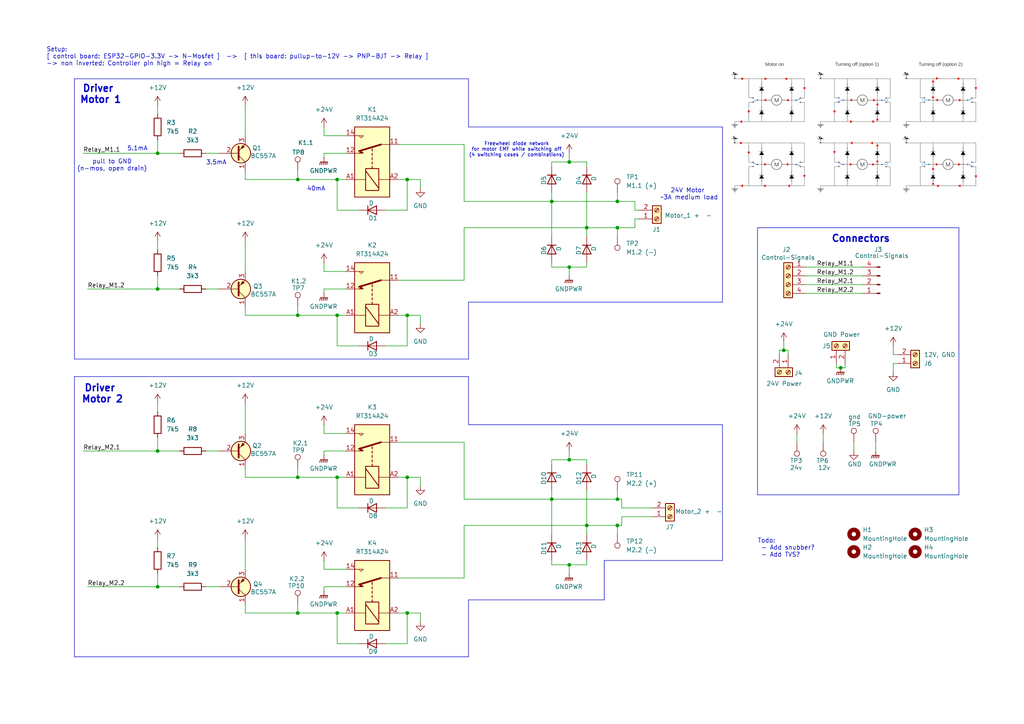
<source format=kicad_sch>
(kicad_sch (version 20231120) (generator "eeschema") (generator_version "8.0")
  (paper "A4")
  (title_block (title "chairAdjust relay-board") (date "2024-09-07") (rev "V1.0") (comment 1 "https://github.com/Jonny999999/armchair_fw ") (comment 2 "in both direction with protection") (comment 3 "2 motors for chair adjustment of armchair") (comment 4 "Relay board for controlling "))
  (lib_symbols
    (symbol "Connector:Conn_01x04_Pin" (pin_names (offset 1.016) hide)
      (property "Reference" "J" (at 0 5.08 0))
      (property "Value" "Conn_01x04_Pin" (at 0 -7.62 0))
      (symbol "Conn_01x04_Pin_1_1"
        (polyline (pts (xy 1.27 -5.08) (xy 0.8636 -5.08)) (stroke (width 0.1524)))
        (polyline (pts (xy 1.27 -2.54) (xy 0.8636 -2.54)) (stroke (width 0.1524)))
        (polyline (pts (xy 1.27 0) (xy 0.8636 0)) (stroke (width 0.1524)))
        (polyline (pts (xy 1.27 2.54) (xy 0.8636 2.54)) (stroke (width 0.1524)))
        (rectangle (start 0.8636 -4.953) (end 0 -5.207) (stroke (width 0.1524)) (fill (type outline)))
        (rectangle (start 0.8636 -2.413) (end 0 -2.667) (stroke (width 0.1524)) (fill (type outline)))
        (rectangle (start 0.8636 0.127) (end 0 -0.127) (stroke (width 0.1524)) (fill (type outline)))
        (rectangle (start 0.8636 2.667) (end 0 2.413) (stroke (width 0.1524)) (fill (type outline)))
        (pin passive line (at 5.08 2.54 180) (length 3.81) (name "Pin_1") (number "1"))
        (pin passive line (at 5.08 0 180) (length 3.81) (name "Pin_2") (number "2"))
        (pin passive line (at 5.08 -2.54 180) (length 3.81) (name "Pin_3") (number "3"))
        (pin passive line (at 5.08 -5.08 180) (length 3.81) (name "Pin_4") (number "4"))
      )
    )
    (symbol "Connector:Screw_Terminal_01x02" (pin_names (offset 1.016) hide)
      (property "Reference" "J" (at 0 2.54 0))
      (property "Value" "Screw_Terminal_01x02" (at 0 -5.08 0))
      (symbol "Screw_Terminal_01x02_1_1"
        (rectangle (start -1.27 1.27) (end 1.27 -3.81) (stroke (width 0.254)) (fill (type background)))
        (circle (center 0 -2.54) (radius 0.635) (stroke (width 0.1524)))
        (polyline (pts (xy -0.5334 -2.2098) (xy 0.3302 -3.048)) (stroke (width 0.1524)))
        (polyline (pts (xy -0.5334 0.3302) (xy 0.3302 -0.508)) (stroke (width 0.1524)))
        (polyline (pts (xy -0.3556 -2.032) (xy 0.508 -2.8702)) (stroke (width 0.1524)))
        (polyline (pts (xy -0.3556 0.508) (xy 0.508 -0.3302)) (stroke (width 0.1524)))
        (circle (center 0 0) (radius 0.635) (stroke (width 0.1524)))
        (pin passive line (at -5.08 0 0) (length 3.81) (name "Pin_1") (number "1"))
        (pin passive line (at -5.08 -2.54 0) (length 3.81) (name "Pin_2") (number "2"))
      )
    )
    (symbol "Connector:Screw_Terminal_01x04" (pin_names (offset 1.016) hide)
      (property "Reference" "J" (at 0 5.08 0))
      (property "Value" "Screw_Terminal_01x04" (at 0 -7.62 0))
      (symbol "Screw_Terminal_01x04_1_1"
        (rectangle (start -1.27 3.81) (end 1.27 -6.35) (stroke (width 0.254)) (fill (type background)))
        (circle (center 0 -5.08) (radius 0.635) (stroke (width 0.1524)))
        (circle (center 0 -2.54) (radius 0.635) (stroke (width 0.1524)))
        (polyline (pts (xy -0.5334 -4.7498) (xy 0.3302 -5.588)) (stroke (width 0.1524)))
        (polyline (pts (xy -0.5334 -2.2098) (xy 0.3302 -3.048)) (stroke (width 0.1524)))
        (polyline (pts (xy -0.5334 0.3302) (xy 0.3302 -0.508)) (stroke (width 0.1524)))
        (polyline (pts (xy -0.5334 2.8702) (xy 0.3302 2.032)) (stroke (width 0.1524)))
        (polyline (pts (xy -0.3556 -4.572) (xy 0.508 -5.4102)) (stroke (width 0.1524)))
        (polyline (pts (xy -0.3556 -2.032) (xy 0.508 -2.8702)) (stroke (width 0.1524)))
        (polyline (pts (xy -0.3556 0.508) (xy 0.508 -0.3302)) (stroke (width 0.1524)))
        (polyline (pts (xy -0.3556 3.048) (xy 0.508 2.2098)) (stroke (width 0.1524)))
        (circle (center 0 0) (radius 0.635) (stroke (width 0.1524)))
        (circle (center 0 2.54) (radius 0.635) (stroke (width 0.1524)))
        (pin passive line (at -5.08 2.54 0) (length 3.81) (name "Pin_1") (number "1"))
        (pin passive line (at -5.08 0 0) (length 3.81) (name "Pin_2") (number "2"))
        (pin passive line (at -5.08 -2.54 0) (length 3.81) (name "Pin_3") (number "3"))
        (pin passive line (at -5.08 -5.08 0) (length 3.81) (name "Pin_4") (number "4"))
      )
    )
    (symbol "Connector:TestPoint" (pin_numbers hide) (pin_names (offset 0.762) hide)
      (property "Reference" "TP" (at 0 6.858 0))
      (property "Value" "TestPoint" (at 0 5.08 0))
      (symbol "TestPoint_0_1"
        (circle (center 0 3.302) (radius 0.762))
      )
      (symbol "TestPoint_1_1"
        (pin passive line (at 0 0 90) (length 2.54) (name "1") (number "1"))
      )
    )
    (symbol "Device:D" (pin_numbers hide) (pin_names (offset 1.016) hide)
      (property "Reference" "D" (at 0 2.54 0))
      (property "Value" "D" (at 0 -2.54 0))
      (symbol "D_0_1"
        (polyline (pts (xy -1.27 1.27) (xy -1.27 -1.27)) (stroke (width 0.254)))
        (polyline (pts (xy 1.27 0) (xy -1.27 0)))
        (polyline (pts (xy 1.27 1.27) (xy 1.27 -1.27) (xy -1.27 0) (xy 1.27 1.27)) (stroke (width 0.254)))
      )
      (symbol "D_1_1"
        (pin passive line (at -3.81 0 0) (length 2.54) (name "K") (number "1"))
        (pin passive line (at 3.81 0 180) (length 2.54) (name "A") (number "2"))
      )
    )
    (symbol "Device:R" (pin_numbers hide) (pin_names (offset 0))
      (property "Reference" "R" (at 2.032 0 90))
      (property "Value" "R" (at 0 0 90))
      (symbol "R_0_1"
        (rectangle (start -1.016 -2.54) (end 1.016 2.54) (stroke (width 0.254)))
      )
      (symbol "R_1_1"
        (pin passive line (at 0 3.81 270) (length 1.27) (name "~") (number "1"))
        (pin passive line (at 0 -3.81 90) (length 1.27) (name "~") (number "2"))
      )
    )
    (symbol "Mechanical:MountingHole" (pin_names (offset 1.016)) (exclude_from_sim yes) (in_bom no)
      (property "Reference" "H" (at 0 5.08 0))
      (property "Value" "MountingHole" (at 0 3.175 0))
      (symbol "MountingHole_0_1"
        (circle (center 0 0) (radius 1.27) (stroke (width 1.27)))
      )
    )
    (symbol "Relay:RT314A24"
      (property "Reference" "K" (at 11.43 3.81 0))
      (property "Value" "RT314A24" (at 11.43 1.27 0))
      (symbol "RT314A24_0_0"
        (polyline (pts (xy -2.54 1.905) (xy -7.62 -1.905)) (stroke (width 0.254)))
      )
      (symbol "RT314A24_0_1"
        (rectangle (start -10.16 5.08) (end 10.16 -5.08) (stroke (width 0.254)) (fill (type background)))
        (rectangle (start -8.255 1.905) (end -1.905 -1.905) (stroke (width 0.254)))
        (polyline (pts (xy -5.08 -5.08) (xy -5.08 -1.905)))
        (polyline (pts (xy -5.08 5.08) (xy -5.08 1.905)))
        (polyline (pts (xy -1.905 0) (xy -1.27 0)) (stroke (width 0.254)))
        (polyline (pts (xy -0.635 0) (xy 0 0)) (stroke (width 0.254)))
        (polyline (pts (xy 0.635 0) (xy 1.27 0)) (stroke (width 0.254)))
        (polyline (pts (xy 1.905 0) (xy 2.54 0)) (stroke (width 0.254)))
        (polyline (pts (xy 3.175 0) (xy 3.81 0)) (stroke (width 0.254)))
        (polyline (pts (xy 5.08 -2.54) (xy 3.175 3.81)) (stroke (width 0.508)))
        (polyline (pts (xy 5.08 -2.54) (xy 5.08 -5.08)))
        (polyline (pts (xy 2.54 5.08) (xy 2.54 2.54) (xy 3.175 3.175) (xy 2.54 3.81)) (fill (type outline)))
        (polyline (pts (xy 7.62 5.08) (xy 7.62 2.54) (xy 6.985 3.175) (xy 7.62 3.81)))
      )
      (symbol "RT314A24_1_1"
        (pin passive line (at 5.08 -7.62 90) (length 2.54) (name "~") (number "11"))
        (pin passive line (at 2.54 7.62 270) (length 2.54) (name "~") (number "12"))
        (pin passive line (at 7.62 7.62 270) (length 2.54) (name "~") (number "14"))
        (pin passive line (at -5.08 7.62 270) (length 2.54) (name "~") (number "A1"))
        (pin passive line (at -5.08 -7.62 90) (length 2.54) (name "~") (number "A2"))
      )
    )
    (symbol "Transistor_BJT_AKL:BC557A" (pin_names hide)
      (property "Reference" "Q" (at 5.08 1.27 0))
      (property "Value" "BC557A" (at 5.08 -1.27 0))
      (symbol "BC557A_0_1"
        (polyline (pts (xy 0.635 -0.635) (xy 2.54 -2.54)))
        (polyline (pts (xy 0.635 -1.905) (xy 0.635 1.905) (xy 0.635 1.905)) (stroke (width 0.508)))
        (polyline (pts (xy 0.635 0.635) (xy 2.54 2.54) (xy 2.54 2.54)))
        (polyline (pts (xy 2.286 1.778) (xy 1.778 2.286) (xy 1.27 1.27) (xy 2.286 1.778) (xy 2.286 1.778)) (fill (type outline)))
        (circle (center 1.27 0) (radius 2.8194) (stroke (width 0.254)) (fill (type background)))
      )
      (symbol "BC557A_1_1"
        (pin passive line (at 2.54 -5.08 90) (length 2.54) (name "C") (number "1"))
        (pin input line (at -5.08 0 0) (length 5.715) (name "B") (number "2"))
        (pin passive line (at 2.54 5.08 270) (length 2.54) (name "E") (number "3"))
      )
    )
    (symbol "power:+12V" (power) (pin_numbers hide) (pin_names (offset 0) hide)
      (property "Value" "+12V" (at 0 3.556 0))
      (symbol "+12V_0_1"
        (polyline (pts (xy -0.762 1.27) (xy 0 2.54)))
        (polyline (pts (xy 0 0) (xy 0 2.54)))
        (polyline (pts (xy 0 2.54) (xy 0.762 1.27)))
      )
      (symbol "+12V_1_1"
        (pin power_in line (at 0 0 90) (length 0) (name "~") (number "1"))
      )
    )
    (symbol "power:+24V" (power) (pin_numbers hide) (pin_names (offset 0) hide)
      (property "Value" "+24V" (at 0 3.556 0))
      (symbol "+24V_0_1"
        (polyline (pts (xy -0.762 1.27) (xy 0 2.54)))
        (polyline (pts (xy 0 0) (xy 0 2.54)))
        (polyline (pts (xy 0 2.54) (xy 0.762 1.27)))
      )
      (symbol "+24V_1_1"
        (pin power_in line (at 0 0 90) (length 0) (name "~") (number "1"))
      )
    )
    (symbol "power:GND" (power) (pin_numbers hide) (pin_names (offset 0) hide)
      (property "Value" "GND" (at 0 -3.81 0))
      (symbol "GND_0_1"
        (polyline (pts (xy 0 0) (xy 0 -1.27) (xy 1.27 -1.27) (xy 0 -2.54) (xy -1.27 -1.27) (xy 0 -1.27)))
      )
      (symbol "GND_1_1"
        (pin power_in line (at 0 0 270) (length 0) (name "~") (number "1"))
      )
    )
    (symbol "power:GNDPWR" (power) (pin_numbers hide) (pin_names (offset 0) hide)
      (property "Value" "GNDPWR" (at 0 -3.302 0))
      (symbol "GNDPWR_0_1"
        (polyline (pts (xy 0 -1.27) (xy 0 0)))
        (polyline (pts (xy -1.016 -1.27) (xy -1.27 -2.032) (xy -1.27 -2.032)) (stroke (width 0.2032)))
        (polyline (pts (xy -0.508 -1.27) (xy -0.762 -2.032) (xy -0.762 -2.032)) (stroke (width 0.2032)))
        (polyline (pts (xy 0 -1.27) (xy -0.254 -2.032) (xy -0.254 -2.032)) (stroke (width 0.2032)))
        (polyline (pts (xy 0.508 -1.27) (xy 0.254 -2.032) (xy 0.254 -2.032)) (stroke (width 0.2032)))
        (polyline (pts (xy 1.016 -1.27) (xy -1.016 -1.27) (xy -1.016 -1.27)) (stroke (width 0.2032)))
        (polyline (pts (xy 1.016 -1.27) (xy 0.762 -2.032) (xy 0.762 -2.032) (xy 0.762 -2.032)) (stroke (width 0.2032)))
      )
      (symbol "GNDPWR_1_1"
        (pin power_in line (at 0 0 270) (length 0) (name "~") (number "1"))
      )
    )
  )
  (junction (at 118.11 91.44))
  (junction (at 160.02 58.42))
  (junction (at 86.36 52.07))
  (junction (at 243.84 106.68))
  (junction (at 179.07 58.42))
  (junction (at 165.1 77.47))
  (junction (at 170.18 152.4))
  (junction (at 45.72 130.81))
  (junction (at 165.1 133.35))
  (junction (at 86.36 177.8))
  (junction (at 97.79 52.07))
  (junction (at 118.11 138.43))
  (junction (at 160.02 144.78))
  (junction (at 118.11 177.8))
  (junction (at 165.1 46.99))
  (junction (at 97.79 138.43))
  (junction (at 179.07 144.78))
  (junction (at 86.36 91.44))
  (junction (at 179.07 66.04))
  (junction (at 97.79 177.8))
  (junction (at 118.11 52.07))
  (junction (at 45.72 44.45))
  (junction (at 86.36 138.43))
  (junction (at 97.79 91.44))
  (junction (at 45.72 170.18))
  (junction (at 227.33 101.6))
  (junction (at 165.1 163.83))
  (junction (at 179.07 152.4))
  (junction (at 170.18 66.04))
  (junction (at 45.72 83.82))
  (wire (pts (xy 118.11 138.43) (xy 121.92 138.43)))
  (wire (pts (xy 71.12 156.21) (xy 71.12 165.1)))
  (wire (pts (xy 71.12 30.48) (xy 71.12 39.37)))
  (wire (pts (xy 243.84 106.68) (xy 245.11 106.68)))
  (wire (pts (xy 25.4 170.18) (xy 45.72 170.18)))
  (wire (pts (xy 100.33 91.44) (xy 97.79 91.44)))
  (wire (pts (xy 180.34 147.32) (xy 189.23 147.32)))
  (polyline (pts (xy 209.55 36.83) (xy 209.55 41.91)))
  (wire (pts (xy 45.72 30.48) (xy 45.72 33.02)))
  (wire (pts (xy 118.11 91.44) (xy 121.92 91.44)))
  (polyline (pts (xy 135.89 22.86) (xy 21.59 22.86)))
  (wire (pts (xy 86.36 177.8) (xy 97.79 177.8)))
  (wire (pts (xy 165.1 77.47) (xy 165.1 80.01)))
  (wire (pts (xy 184.15 58.42) (xy 184.15 60.96)))
  (wire (pts (xy 226.06 102.87) (xy 226.06 101.6)))
  (wire (pts (xy 165.1 130.81) (xy 165.1 133.35)))
  (wire (pts (xy 100.33 138.43) (xy 97.79 138.43)))
  (wire (pts (xy 180.34 144.78) (xy 180.34 147.32)))
  (wire (pts (xy 97.79 52.07) (xy 97.79 60.96)))
  (wire (pts (xy 170.18 133.35) (xy 170.18 134.62)))
  (polyline (pts (xy 209.55 162.56) (xy 209.55 123.19)))
  (wire (pts (xy 245.11 105.41) (xy 245.11 106.68)))
  (wire (pts (xy 97.79 60.96) (xy 104.14 60.96)))
  (wire (pts (xy 45.72 156.21) (xy 45.72 158.75)))
  (wire (pts (xy 115.57 91.44) (xy 118.11 91.44)))
  (wire (pts (xy 71.12 91.44) (xy 86.36 91.44)))
  (wire (pts (xy 254 128.27) (xy 254 130.81)))
  (wire (pts (xy 134.62 128.27) (xy 134.62 144.78)))
  (wire (pts (xy 228.6 101.6) (xy 228.6 102.87)))
  (wire (pts (xy 180.34 149.86) (xy 180.34 152.4)))
  (wire (pts (xy 71.12 88.9) (xy 71.12 91.44)))
  (wire (pts (xy 93.98 162.56) (xy 93.98 165.1)))
  (wire (pts (xy 134.62 41.91) (xy 134.62 58.42)))
  (wire (pts (xy 259.08 100.33) (xy 259.08 102.87)))
  (wire (pts (xy 160.02 162.56) (xy 160.02 163.83)))
  (wire (pts (xy 121.92 52.07) (xy 121.92 54.61)))
  (wire (pts (xy 179.07 66.04) (xy 184.15 66.04)))
  (wire (pts (xy 160.02 55.88) (xy 160.02 58.42)))
  (wire (pts (xy 97.79 100.33) (xy 104.14 100.33)))
  (wire (pts (xy 93.98 83.82) (xy 100.33 83.82)))
  (wire (pts (xy 170.18 142.24) (xy 170.18 152.4)))
  (wire (pts (xy 170.18 152.4) (xy 134.62 152.4)))
  (wire (pts (xy 71.12 138.43) (xy 86.36 138.43)))
  (wire (pts (xy 179.07 58.42) (xy 184.15 58.42)))
  (wire (pts (xy 160.02 134.62) (xy 160.02 133.35)))
  (wire (pts (xy 121.92 177.8) (xy 121.92 180.34)))
  (wire (pts (xy 45.72 40.64) (xy 45.72 44.45)))
  (wire (pts (xy 233.68 85.09) (xy 250.19 85.09)))
  (wire (pts (xy 179.07 152.4) (xy 179.07 154.94)))
  (wire (pts (xy 93.98 85.09) (xy 93.98 83.82)))
  (wire (pts (xy 259.08 107.95) (xy 259.08 105.41)))
  (wire (pts (xy 242.57 106.68) (xy 243.84 106.68)))
  (wire (pts (xy 184.15 66.04) (xy 184.15 63.5)))
  (wire (pts (xy 118.11 52.07) (xy 118.11 60.96)))
  (wire (pts (xy 179.07 142.24) (xy 179.07 144.78)))
  (wire (pts (xy 134.62 144.78) (xy 160.02 144.78)))
  (wire (pts (xy 97.79 138.43) (xy 97.79 147.32)))
  (wire (pts (xy 59.69 44.45) (xy 63.5 44.45)))
  (wire (pts (xy 111.76 147.32) (xy 118.11 147.32)))
  (wire (pts (xy 86.36 135.89) (xy 86.36 138.43)))
  (wire (pts (xy 45.72 80.01) (xy 45.72 83.82)))
  (wire (pts (xy 97.79 177.8) (xy 97.79 186.69)))
  (wire (pts (xy 170.18 152.4) (xy 170.18 154.94)))
  (wire (pts (xy 134.62 58.42) (xy 160.02 58.42)))
  (wire (pts (xy 160.02 58.42) (xy 160.02 68.58)))
  (polyline (pts (xy 135.89 36.83) (xy 135.89 22.86)))
  (wire (pts (xy 233.68 82.55) (xy 250.19 82.55)))
  (wire (pts (xy 179.07 66.04) (xy 179.07 68.58)))
  (wire (pts (xy 86.36 49.53) (xy 86.36 52.07)))
  (wire (pts (xy 115.57 138.43) (xy 118.11 138.43)))
  (wire (pts (xy 165.1 133.35) (xy 170.18 133.35)))
  (wire (pts (xy 170.18 46.99) (xy 170.18 48.26)))
  (wire (pts (xy 93.98 123.19) (xy 93.98 125.73)))
  (wire (pts (xy 25.4 83.82) (xy 45.72 83.82)))
  (wire (pts (xy 71.12 69.85) (xy 71.12 78.74)))
  (polyline (pts (xy 135.89 104.14) (xy 135.89 87.63)))
  (wire (pts (xy 165.1 46.99) (xy 170.18 46.99)))
  (wire (pts (xy 118.11 177.8) (xy 121.92 177.8)))
  (wire (pts (xy 170.18 163.83) (xy 170.18 162.56)))
  (wire (pts (xy 71.12 116.84) (xy 71.12 125.73)))
  (wire (pts (xy 180.34 152.4) (xy 179.07 152.4)))
  (wire (pts (xy 160.02 76.2) (xy 160.02 77.47)))
  (wire (pts (xy 170.18 66.04) (xy 134.62 66.04)))
  (wire (pts (xy 184.15 63.5) (xy 185.42 63.5)))
  (wire (pts (xy 115.57 81.28) (xy 134.62 81.28)))
  (wire (pts (xy 179.07 144.78) (xy 180.34 144.78)))
  (wire (pts (xy 86.36 52.07) (xy 97.79 52.07)))
  (wire (pts (xy 93.98 171.45) (xy 93.98 170.18)))
  (wire (pts (xy 97.79 91.44) (xy 97.79 100.33)))
  (wire (pts (xy 160.02 142.24) (xy 160.02 144.78)))
  (polyline (pts (xy 135.89 87.63) (xy 209.55 87.63)))
  (wire (pts (xy 86.36 91.44) (xy 97.79 91.44)))
  (wire (pts (xy 93.98 45.72) (xy 93.98 44.45)))
  (wire (pts (xy 227.33 101.6) (xy 228.6 101.6)))
  (wire (pts (xy 71.12 52.07) (xy 86.36 52.07)))
  (polyline (pts (xy 135.89 123.19) (xy 135.89 109.22)))
  (wire (pts (xy 86.36 175.26) (xy 86.36 177.8)))
  (wire (pts (xy 71.12 49.53) (xy 71.12 52.07)))
  (wire (pts (xy 231.14 125.73) (xy 231.14 128.27)))
  (wire (pts (xy 93.98 78.74) (xy 100.33 78.74)))
  (wire (pts (xy 160.02 163.83) (xy 165.1 163.83)))
  (wire (pts (xy 93.98 170.18) (xy 100.33 170.18)))
  (wire (pts (xy 115.57 41.91) (xy 134.62 41.91)))
  (wire (pts (xy 227.33 99.06) (xy 227.33 101.6)))
  (wire (pts (xy 134.62 152.4) (xy 134.62 167.64)))
  (wire (pts (xy 93.98 132.08) (xy 93.98 130.81)))
  (wire (pts (xy 111.76 100.33) (xy 118.11 100.33)))
  (wire (pts (xy 233.68 77.47) (xy 250.19 77.47)))
  (wire (pts (xy 115.57 128.27) (xy 134.62 128.27)))
  (wire (pts (xy 179.07 152.4) (xy 170.18 152.4)))
  (wire (pts (xy 24.13 44.45) (xy 45.72 44.45)))
  (wire (pts (xy 160.02 48.26) (xy 160.02 46.99)))
  (wire (pts (xy 134.62 66.04) (xy 134.62 81.28)))
  (wire (pts (xy 93.98 76.2) (xy 93.98 78.74)))
  (wire (pts (xy 93.98 125.73) (xy 100.33 125.73)))
  (wire (pts (xy 118.11 91.44) (xy 118.11 100.33)))
  (wire (pts (xy 100.33 52.07) (xy 97.79 52.07)))
  (wire (pts (xy 118.11 177.8) (xy 118.11 186.69)))
  (wire (pts (xy 259.08 102.87) (xy 260.35 102.87)))
  (wire (pts (xy 242.57 105.41) (xy 242.57 106.68)))
  (wire (pts (xy 165.1 163.83) (xy 170.18 163.83)))
  (wire (pts (xy 71.12 175.26) (xy 71.12 177.8)))
  (wire (pts (xy 93.98 44.45) (xy 100.33 44.45)))
  (wire (pts (xy 165.1 77.47) (xy 170.18 77.47)))
  (wire (pts (xy 165.1 163.83) (xy 165.1 166.37)))
  (wire (pts (xy 71.12 177.8) (xy 86.36 177.8)))
  (polyline (pts (xy 135.89 123.19) (xy 209.55 123.19)))
  (wire (pts (xy 93.98 165.1) (xy 100.33 165.1)))
  (wire (pts (xy 59.69 170.18) (xy 63.5 170.18)))
  (wire (pts (xy 184.15 60.96) (xy 185.42 60.96)))
  (wire (pts (xy 179.07 55.88) (xy 179.07 58.42)))
  (wire (pts (xy 45.72 44.45) (xy 52.07 44.45)))
  (wire (pts (xy 45.72 127) (xy 45.72 130.81)))
  (wire (pts (xy 59.69 130.81) (xy 63.5 130.81)))
  (wire (pts (xy 45.72 166.37) (xy 45.72 170.18)))
  (wire (pts (xy 170.18 66.04) (xy 170.18 68.58)))
  (wire (pts (xy 115.57 167.64) (xy 134.62 167.64)))
  (polyline (pts (xy 135.89 109.22) (xy 21.59 109.22)))
  (polyline (pts (xy 21.59 190.5) (xy 135.89 190.5)))
  (wire (pts (xy 45.72 69.85) (xy 45.72 72.39)))
  (wire (pts (xy 160.02 133.35) (xy 165.1 133.35)))
  (wire (pts (xy 45.72 170.18) (xy 52.07 170.18)))
  (polyline (pts (xy 21.59 22.86) (xy 21.59 24.13)))
  (wire (pts (xy 170.18 77.47) (xy 170.18 76.2)))
  (wire (pts (xy 100.33 177.8) (xy 97.79 177.8)))
  (wire (pts (xy 121.92 91.44) (xy 121.92 93.98)))
  (wire (pts (xy 179.07 66.04) (xy 170.18 66.04)))
  (polyline (pts (xy 135.89 36.83) (xy 209.55 36.83)))
  (polyline (pts (xy 175.26 173.99) (xy 175.26 162.56)))
  (wire (pts (xy 24.13 130.81) (xy 45.72 130.81)))
  (wire (pts (xy 160.02 144.78) (xy 179.07 144.78)))
  (wire (pts (xy 93.98 39.37) (xy 100.33 39.37)))
  (wire (pts (xy 233.68 80.01) (xy 250.19 80.01)))
  (wire (pts (xy 226.06 101.6) (xy 227.33 101.6)))
  (wire (pts (xy 115.57 177.8) (xy 118.11 177.8)))
  (wire (pts (xy 86.36 88.9) (xy 86.36 91.44)))
  (wire (pts (xy 97.79 147.32) (xy 104.14 147.32)))
  (wire (pts (xy 45.72 83.82) (xy 52.07 83.82)))
  (wire (pts (xy 118.11 52.07) (xy 121.92 52.07)))
  (wire (pts (xy 170.18 55.88) (xy 170.18 66.04)))
  (wire (pts (xy 111.76 60.96) (xy 118.11 60.96)))
  (polyline (pts (xy 135.89 173.99) (xy 175.26 173.99)))
  (wire (pts (xy 238.76 125.73) (xy 238.76 128.27)))
  (wire (pts (xy 160.02 58.42) (xy 179.07 58.42)))
  (polyline (pts (xy 175.26 162.56) (xy 209.55 162.56)))
  (wire (pts (xy 93.98 130.81) (xy 100.33 130.81)))
  (wire (pts (xy 247.65 128.27) (xy 247.65 130.81)))
  (polyline (pts (xy 209.55 87.63) (xy 209.55 41.91)))
  (wire (pts (xy 165.1 44.45) (xy 165.1 46.99)))
  (polyline (pts (xy 21.59 104.14) (xy 135.89 104.14)))
  (wire (pts (xy 97.79 186.69) (xy 104.14 186.69)))
  (wire (pts (xy 115.57 52.07) (xy 118.11 52.07)))
  (wire (pts (xy 45.72 130.81) (xy 52.07 130.81)))
  (wire (pts (xy 45.72 116.84) (xy 45.72 119.38)))
  (wire (pts (xy 86.36 138.43) (xy 97.79 138.43)))
  (wire (pts (xy 118.11 138.43) (xy 118.11 147.32)))
  (wire (pts (xy 160.02 144.78) (xy 160.02 154.94)))
  (wire (pts (xy 121.92 138.43) (xy 121.92 140.97)))
  (polyline (pts (xy 135.89 190.5) (xy 135.89 173.99)))
  (polyline (pts (xy 21.59 109.22) (xy 21.59 190.5)))
  (wire (pts (xy 259.08 105.41) (xy 260.35 105.41)))
  (wire (pts (xy 71.12 135.89) (xy 71.12 138.43)))
  (wire (pts (xy 111.76 186.69) (xy 118.11 186.69)))
  (polyline (pts (xy 21.59 24.13) (xy 21.59 104.14)))
  (wire (pts (xy 93.98 36.83) (xy 93.98 39.37)))
  (wire (pts (xy 160.02 77.47) (xy 165.1 77.47)))
  (wire (pts (xy 59.69 83.82) (xy 63.5 83.82)))
  (wire (pts (xy 160.02 46.99) (xy 165.1 46.99)))
  (wire (pts (xy 180.34 149.86) (xy 189.23 149.86)))
  (rectangle (start 219.71 66.04) (end 278.13 143.51))
  (image (at 247.65 36.83) (scale 0.346544))
  (text "Driver \nMotor 2" (at 29.718 114.3 0) (effects (font (size 2 2) (thickness 0.4) (bold yes))))
  (text "Connectors" (at 249.682 69.342 0) (effects (font (size 2 2) (thickness 0.4) (bold yes))))
  (text "Setup:\n[ control board: ESP32-GPIO-3.3V -> N-Mosfet ]  ->  [ this board: pullup-to-12V -> PNP-BJT -> Relay ]\n-> non inverted: Controller pin high = Relay on" (at 13.462 16.51 0) (effects (font (size 1.27 1.27)) (justify left)))
  (text "24V Motor \n~3A medium load" (at 199.898 56.388 0) (effects (font (size 1.27 1.27))))
  (text "pull to GND\n(n-mos, open drain)" (at 32.512 48.006 0) (effects (font (size 1.27 1.27))))
  (text "40mA\n" (at 91.694 54.864 0) (effects (font (size 1.27 1.27))))
  (text "Driver \nMotor 1" (at 29.21 27.432 0) (effects (font (size 2 2) (thickness 0.4) (bold yes))))
  (text "Todo: \n - Add snubber?\n - Add TVS?" (at 219.71 159.004 0) (effects (font (size 1.27 1.27)) (justify left)))
  (text "Freewheel diode network\nfor motor EMF while switching off\n(4 switching cases / combinations)" (at 149.86 43.434 0) (effects (font (size 1 1))))
  (text "5.1mA" (at 39.878 43.18 0) (effects (font (size 1.27 1.27))))
  (text "3.5mA" (at 62.738 47.244 0) (effects (font (size 1.27 1.27))))
  (label "Relay_M2.2" (at 247.65 85.09 180))
  (label "Relay_M1.1" (at 247.65 77.47 180))
  (label "Relay_M1.1" (at 24.13 44.45 0))
  (label "Relay_M2.1" (at 24.13 130.81 0))
  (label "Relay_M1.2" (at 247.65 80.01 180))
  (label "Relay_M1.2" (at 25.4 83.82 0))
  (label "Relay_M2.1" (at 247.65 82.55 180))
  (label "Relay_M2.2" (at 25.4 170.18 0))
  (symbol (lib_id "Device:D") (at 160.02 158.75 270) (unit 1)
    (property "Reference" "D11" (at 157.734 159.004 0))
    (property "Value" "D" (at 162.052 158.496 0))
    (property "Footprint" "Diode_THT_AKL_Double:D_DO-27_P20.32mm_Horizontal" (effects (hide yes)))
    (property "Description" "Diode" (effects (hide yes)))
    (property "Sim.Device" "D" (effects (hide yes)))
    (property "Sim.Pins" "1=K 2=A" (effects (hide yes)))
  )
  (symbol (lib_id "Device:D") (at 107.95 186.69 0) (unit 1)
    (property "Reference" "D9" (at 108.204 188.976 0))
    (property "Value" "D" (at 107.696 184.658 0))
    (property "Footprint" "Diode_THT_AKL:D_5W_P12.70mm_Horizontal" (effects (hide yes)))
    (property "Description" "Diode" (effects (hide yes)))
    (property "Sim.Device" "D" (effects (hide yes)))
    (property "Sim.Pins" "1=K 2=A" (effects (hide yes)))
  )
  (symbol (lib_id "Connector:Conn_01x04_Pin") (at 255.27 82.55 180) (unit 1)
    (property "Reference" "J3" (at 253.492 72.39 0) (effects (justify right)))
    (property "Value" "Control-Signals" (at 247.904 74.168 0) (effects (justify right)))
    (property "Footprint" "Connector_PinHeader_2.54mm:PinHeader_1x04_P2.54mm_Vertical" (effects (hide yes)))
    (property "Description" "Generic connector, single row, 01x04, script generated" (effects (hide yes)))
  )
  (symbol (lib_id "power:GND") (at 259.08 107.95 0) (unit 1)
    (property "Reference" "#PWR015" (effects (hide yes)))
    (property "Value" "GND" (at 259.08 113.03 0))
    (property "Description" "Power symbol creates a global label with name \"GND\" , ground" (effects (hide yes)))
  )
  (symbol (lib_id "Connector:TestPoint") (at 231.14 128.27 180) (unit 1)
    (property "Reference" "TP3" (at 229.108 133.604 0) (effects (justify right)))
    (property "Value" "24v" (at 229.108 135.636 0) (effects (justify right)))
    (property "Footprint" "Connector_PinHeader_1.00mm:PinHeader_1x01_P1.00mm_Vertical" (effects (hide yes)))
    (property "Description" "test point" (effects (hide yes)))
  )
  (symbol (lib_id "power:GNDPWR") (at 254 130.81 0) (unit 1)
    (property "Reference" "#PWR017" (effects (hide yes)))
    (property "Value" "GNDPWR" (at 256.032 134.62 0))
    (property "Description" "Power symbol creates a global label with name \"GNDPWR\" , global ground" (effects (hide yes)))
  )
  (symbol (lib_id "power:+12V") (at 45.72 69.85 0) (unit 1)
    (property "Reference" "#PWR020" (effects (hide yes)))
    (property "Value" "+12V" (at 45.72 64.77 0))
    (property "Description" "Power symbol creates a global label with name \"+12V\"" (effects (hide yes)))
  )
  (symbol (lib_id "Device:R") (at 45.72 36.83 180) (unit 1)
    (property "Reference" "R3" (at 48.26 35.5599 0) (effects (justify right)))
    (property "Value" "7k5" (at 48.26 38.0999 0) (effects (justify right)))
    (property "Footprint" "Resistor_THT:R_Axial_DIN0207_L6.3mm_D2.5mm_P10.16mm_Horizontal" (effects (hide yes)))
    (property "Description" "Resistor" (effects (hide yes)))
  )
  (symbol (lib_id "Device:D") (at 107.95 60.96 0) (unit 1)
    (property "Reference" "D1" (at 108.204 63.246 0))
    (property "Value" "D" (at 107.696 58.928 0))
    (property "Footprint" "Diode_THT_AKL:D_5W_P12.70mm_Horizontal" (effects (hide yes)))
    (property "Description" "Diode" (effects (hide yes)))
    (property "Sim.Device" "D" (effects (hide yes)))
    (property "Sim.Pins" "1=K 2=A" (effects (hide yes)))
  )
  (symbol (lib_id "Mechanical:MountingHole") (at 265.43 154.94 0) (unit 1) (exclude_from_sim yes) (in_bom no)
    (property "Reference" "H3" (at 267.97 153.6699 0) (effects (justify left)))
    (property "Value" "MountingHole" (at 267.97 156.2099 0) (effects (justify left)))
    (property "Footprint" "MountingHole:MountingHole_5.3mm_M5" (effects (hide yes)))
    (property "Description" "Mounting Hole without connection" (effects (hide yes)))
  )
  (symbol (lib_id "Relay:RT314A24") (at 107.95 133.35 90) (unit 1)
    (property "Reference" "K3" (at 107.95 118.11 90))
    (property "Value" "RT314A24" (at 107.95 120.65 90))
    (property "Footprint" "Relay_THT:Relay_SPDT_Schrack-RT1-16A-FormC_RM5mm" (effects (hide yes)))
    (property "Datasheet" "https://www.te.com/commerce/DocumentDelivery/DDEController?Action=srchrtrv&DocNm=RT1_bistable&DocType=DS&DocLang=English" (effects (hide yes)))
  )
  (symbol (lib_id "Device:R") (at 45.72 162.56 180) (unit 1)
    (property "Reference" "R7" (at 48.26 161.2899 0) (effects (justify right)))
    (property "Value" "7k5" (at 48.26 163.8299 0) (effects (justify right)))
    (property "Footprint" "Resistor_THT:R_Axial_DIN0207_L6.3mm_D2.5mm_P10.16mm_Horizontal" (effects (hide yes)))
    (property "Description" "Resistor" (effects (hide yes)))
  )
  (symbol (lib_id "power:GND") (at 121.92 140.97 0) (unit 1)
    (property "Reference" "#PWR029" (effects (hide yes)))
    (property "Value" "GND" (at 121.92 146.05 0))
    (property "Description" "Power symbol creates a global label with name \"GND\" , ground" (effects (hide yes)))
  )
  (symbol (lib_id "power:+24V") (at 93.98 123.19 0) (unit 1)
    (property "Reference" "#PWR025" (effects (hide yes)))
    (property "Value" "+24V" (at 93.98 118.11 0))
    (property "Description" "Power symbol creates a global label with name \"+24V\"" (effects (hide yes)))
  )
  (symbol (lib_id "Connector:TestPoint") (at 86.36 135.89 0) (unit 1)
    (property "Reference" "TP9" (at 88.392 130.556 0) (effects (justify right)))
    (property "Value" "K2.1" (at 89.408 128.524 0) (effects (justify right)))
    (property "Footprint" "Connector_PinHeader_1.00mm:PinHeader_1x01_P1.00mm_Vertical" (effects (hide yes)))
    (property "Description" "test point" (effects (hide yes)))
  )
  (symbol (lib_id "Device:D") (at 170.18 138.43 270) (unit 1)
    (property "Reference" "D12" (at 167.894 138.684 0))
    (property "Value" "D" (at 172.212 138.176 0))
    (property "Footprint" "Diode_THT_AKL_Double:D_DO-27_P20.32mm_Horizontal" (effects (hide yes)))
    (property "Description" "Diode" (effects (hide yes)))
    (property "Sim.Device" "D" (effects (hide yes)))
    (property "Sim.Pins" "1=K 2=A" (effects (hide yes)))
  )
  (symbol (lib_id "Device:D") (at 170.18 52.07 270) (unit 1)
    (property "Reference" "D4" (at 167.894 52.324 0))
    (property "Value" "D" (at 172.212 51.816 0))
    (property "Footprint" "Diode_THT_AKL_Double:D_DO-27_P20.32mm_Horizontal" (effects (hide yes)))
    (property "Description" "Diode" (effects (hide yes)))
    (property "Sim.Device" "D" (effects (hide yes)))
    (property "Sim.Pins" "1=K 2=A" (effects (hide yes)))
  )
  (symbol (lib_id "Device:D") (at 170.18 158.75 270) (unit 1)
    (property "Reference" "D13" (at 167.894 159.004 0))
    (property "Value" "D" (at 172.212 158.496 0))
    (property "Footprint" "Diode_THT_AKL_Double:D_DO-27_P20.32mm_Horizontal" (effects (hide yes)))
    (property "Description" "Diode" (effects (hide yes)))
    (property "Sim.Device" "D" (effects (hide yes)))
    (property "Sim.Pins" "1=K 2=A" (effects (hide yes)))
  )
  (symbol (lib_id "power:GNDPWR") (at 93.98 132.08 0) (unit 1)
    (property "Reference" "#PWR026" (effects (hide yes)))
    (property "Value" "GNDPWR" (at 93.853 135.89 0))
    (property "Description" "Power symbol creates a global label with name \"GNDPWR\" , global ground" (effects (hide yes)))
  )
  (symbol (lib_id "power:+12V") (at 45.72 30.48 0) (unit 1)
    (property "Reference" "#PWR05" (effects (hide yes)))
    (property "Value" "+12V" (at 45.72 25.4 0))
    (property "Description" "Power symbol creates a global label with name \"+12V\"" (effects (hide yes)))
  )
  (symbol (lib_id "Connector:TestPoint") (at 238.76 128.27 180) (unit 1)
    (property "Reference" "TP6" (at 236.728 133.604 0) (effects (justify right)))
    (property "Value" "12v" (at 237.236 135.636 0) (effects (justify right)))
    (property "Footprint" "Connector_PinHeader_1.00mm:PinHeader_1x01_P1.00mm_Vertical" (effects (hide yes)))
    (property "Description" "test point" (effects (hide yes)))
  )
  (symbol (lib_id "power:GND") (at 247.65 130.81 0) (unit 1)
    (property "Reference" "#PWR018" (effects (hide yes)))
    (property "Value" "GND" (at 247.904 134.62 0))
    (property "Description" "Power symbol creates a global label with name \"GND\" , ground" (effects (hide yes)))
  )
  (symbol (lib_id "power:+24V") (at 93.98 76.2 0) (unit 1)
    (property "Reference" "#PWR08" (effects (hide yes)))
    (property "Value" "+24V" (at 93.98 71.12 0))
    (property "Description" "Power symbol creates a global label with name \"+24V\"" (effects (hide yes)))
  )
  (symbol (lib_id "power:+12V") (at 71.12 69.85 0) (unit 1)
    (property "Reference" "#PWR07" (effects (hide yes)))
    (property "Value" "+12V" (at 71.12 64.77 0))
    (property "Description" "Power symbol creates a global label with name \"+12V\"" (effects (hide yes)))
  )
  (symbol (lib_id "power:GNDPWR") (at 93.98 85.09 0) (unit 1)
    (property "Reference" "#PWR09" (effects (hide yes)))
    (property "Value" "GNDPWR" (at 93.853 88.9 0))
    (property "Description" "Power symbol creates a global label with name \"GNDPWR\" , global ground" (effects (hide yes)))
  )
  (symbol (lib_id "power:+12V") (at 71.12 116.84 0) (unit 1)
    (property "Reference" "#PWR023" (effects (hide yes)))
    (property "Value" "+12V" (at 71.12 111.76 0))
    (property "Description" "Power symbol creates a global label with name \"+12V\"" (effects (hide yes)))
  )
  (symbol (lib_id "Device:D") (at 160.02 72.39 270) (unit 1)
    (property "Reference" "D6" (at 157.734 72.644 0))
    (property "Value" "D" (at 162.052 72.136 0))
    (property "Footprint" "Diode_THT_AKL_Double:D_DO-27_P20.32mm_Horizontal" (effects (hide yes)))
    (property "Description" "Diode" (effects (hide yes)))
    (property "Sim.Device" "D" (effects (hide yes)))
    (property "Sim.Pins" "1=K 2=A" (effects (hide yes)))
  )
  (symbol (lib_id "power:+24V") (at 93.98 36.83 0) (unit 1)
    (property "Reference" "#PWR02" (effects (hide yes)))
    (property "Value" "+24V" (at 93.98 31.75 0))
    (property "Description" "Power symbol creates a global label with name \"+24V\"" (effects (hide yes)))
  )
  (symbol (lib_id "Device:R") (at 55.88 170.18 90) (unit 1)
    (property "Reference" "R9" (at 55.88 163.83 90))
    (property "Value" "3k3" (at 55.88 166.37 90))
    (property "Footprint" "Resistor_THT:R_Axial_DIN0207_L6.3mm_D2.5mm_P10.16mm_Horizontal" (effects (hide yes)))
    (property "Description" "Resistor" (effects (hide yes)))
  )
  (symbol (lib_id "power:+24V") (at 227.33 99.06 0) (unit 1)
    (property "Reference" "#PWR013" (effects (hide yes)))
    (property "Value" "+24V" (at 227.33 93.98 0))
    (property "Description" "Power symbol creates a global label with name \"+24V\"" (effects (hide yes)))
  )
  (symbol (lib_id "Mechanical:MountingHole") (at 247.65 160.02 0) (unit 1) (exclude_from_sim yes) (in_bom no)
    (property "Reference" "H2" (at 250.19 158.7499 0) (effects (justify left)))
    (property "Value" "MountingHole" (at 250.19 161.2899 0) (effects (justify left)))
    (property "Footprint" "MountingHole:MountingHole_5.3mm_M5" (effects (hide yes)))
    (property "Description" "Mounting Hole without connection" (effects (hide yes)))
  )
  (symbol (lib_id "Connector:TestPoint") (at 179.07 55.88 0) (unit 1)
    (property "Reference" "TP1" (at 181.61 51.3079 0) (effects (justify left)))
    (property "Value" "M1.1 (+)" (at 181.61 53.8479 0) (effects (justify left)))
    (property "Footprint" "Connector_PinHeader_1.00mm:PinHeader_1x01_P1.00mm_Vertical" (effects (hide yes)))
    (property "Description" "test point" (effects (hide yes)))
  )
  (symbol (lib_id "Relay:RT314A24") (at 107.95 86.36 90) (unit 1)
    (property "Reference" "K2" (at 107.95 71.12 90))
    (property "Value" "RT314A24" (at 107.95 73.66 90))
    (property "Footprint" "Relay_THT:Relay_SPDT_Schrack-RT1-16A-FormC_RM5mm" (effects (hide yes)))
    (property "Datasheet" "https://www.te.com/commerce/DocumentDelivery/DDEController?Action=srchrtrv&DocNm=RT1_bistable&DocType=DS&DocLang=English" (effects (hide yes)))
  )
  (symbol (lib_id "power:GNDPWR") (at 93.98 171.45 0) (unit 1)
    (property "Reference" "#PWR028" (effects (hide yes)))
    (property "Value" "GNDPWR" (at 93.853 175.26 0))
    (property "Description" "Power symbol creates a global label with name \"GNDPWR\" , global ground" (effects (hide yes)))
  )
  (symbol (lib_id "Transistor_BJT_AKL:BC557A") (at 68.58 44.45 0) (unit 1)
    (property "Reference" "Q1" (at 73.152 42.926 0) (effects (justify left)))
    (property "Value" "BC557A" (at 72.644 45.212 0) (effects (justify left)))
    (property "Footprint" "Package_TO_SOT_THT_AKL:TO-92_Inline_Wide_CBE" (effects (hide yes)))
    (property "Datasheet" "https://www.tme.eu/Document/19c3b49670dc51eab7374dcc2c4f9200/BC556-BC560.pdf" (effects (hide yes)))
    (property "Description" "PNP TO-92 transistor, 45V, 100mA, 500mW, Complementary to BC547, Alternate KiCAD Library" (effects (hide yes)))
  )
  (symbol (lib_id "Connector:TestPoint") (at 179.07 68.58 180) (unit 1)
    (property "Reference" "TP2" (at 181.61 70.6119 0) (effects (justify right)))
    (property "Value" "M1.2 (-)" (at 181.61 73.1519 0) (effects (justify right)))
    (property "Footprint" "Connector_PinHeader_1.00mm:PinHeader_1x01_P1.00mm_Vertical" (effects (hide yes)))
    (property "Description" "test point" (effects (hide yes)))
  )
  (symbol (lib_id "Connector:Screw_Terminal_01x02") (at 194.31 149.86 0) (mirror x) (unit 1)
    (property "Reference" "J7" (at 193.04 152.908 0) (effects (justify left)))
    (property "Value" "Motor_2 +  -" (at 195.834 148.336 0) (effects (justify left)))
    (property "Footprint" "TerminalBlock:TerminalBlock_bornier-2_P5.08mm" (effects (hide yes)))
    (property "Description" "Generic screw terminal, single row, 01x02, script generated (kicad-library-utils/schlib/autogen/connector/)" (effects (hide yes)))
  )
  (symbol (lib_id "power:GNDPWR") (at 165.1 80.01 0) (unit 1)
    (property "Reference" "#PWR06" (effects (hide yes)))
    (property "Value" "GNDPWR" (at 164.973 83.82 0))
    (property "Description" "Power symbol creates a global label with name \"GNDPWR\" , global ground" (effects (hide yes)))
  )
  (symbol (lib_id "Device:D") (at 160.02 138.43 270) (unit 1)
    (property "Reference" "D10" (at 157.734 138.684 0))
    (property "Value" "D" (at 162.052 138.176 0))
    (property "Footprint" "Diode_THT_AKL_Double:D_DO-27_P20.32mm_Horizontal" (effects (hide yes)))
    (property "Description" "Diode" (effects (hide yes)))
    (property "Sim.Device" "D" (effects (hide yes)))
    (property "Sim.Pins" "1=K 2=A" (effects (hide yes)))
  )
  (symbol (lib_id "Transistor_BJT_AKL:BC557A") (at 68.58 170.18 0) (unit 1)
    (property "Reference" "Q4" (at 73.406 169.418 0) (effects (justify left)))
    (property "Value" "BC557A" (at 72.644 171.704 0) (effects (justify left)))
    (property "Footprint" "Package_TO_SOT_THT_AKL:TO-92_Inline_Wide_CBE" (effects (hide yes)))
    (property "Datasheet" "https://www.tme.eu/Document/19c3b49670dc51eab7374dcc2c4f9200/BC556-BC560.pdf" (effects (hide yes)))
    (property "Description" "PNP TO-92 transistor, 45V, 100mA, 500mW, Complementary to BC547, Alternate KiCAD Library" (effects (hide yes)))
  )
  (symbol (lib_id "power:+24V") (at 93.98 162.56 0) (unit 1)
    (property "Reference" "#PWR027" (effects (hide yes)))
    (property "Value" "+24V" (at 93.98 157.48 0))
    (property "Description" "Power symbol creates a global label with name \"+24V\"" (effects (hide yes)))
  )
  (symbol (lib_id "power:+12V") (at 71.12 30.48 0) (unit 1)
    (property "Reference" "#PWR04" (effects (hide yes)))
    (property "Value" "+12V" (at 71.12 25.4 0))
    (property "Description" "Power symbol creates a global label with name \"+12V\"" (effects (hide yes)))
  )
  (symbol (lib_id "power:+12V") (at 45.72 156.21 0) (unit 1)
    (property "Reference" "#PWR022" (effects (hide yes)))
    (property "Value" "+12V" (at 45.72 151.13 0))
    (property "Description" "Power symbol creates a global label with name \"+12V\"" (effects (hide yes)))
  )
  (symbol (lib_id "Connector:TestPoint") (at 179.07 154.94 180) (unit 1)
    (property "Reference" "TP12" (at 181.61 156.9719 0) (effects (justify right)))
    (property "Value" "M2.2 (-)" (at 181.61 159.5119 0) (effects (justify right)))
    (property "Footprint" "Connector_PinHeader_1.00mm:PinHeader_1x01_P1.00mm_Vertical" (effects (hide yes)))
    (property "Description" "test point" (effects (hide yes)))
  )
  (symbol (lib_id "Device:D") (at 107.95 147.32 0) (unit 1)
    (property "Reference" "D8" (at 108.204 149.606 0))
    (property "Value" "D" (at 107.696 145.288 0))
    (property "Footprint" "Diode_THT_AKL:D_5W_P12.70mm_Horizontal" (effects (hide yes)))
    (property "Description" "Diode" (effects (hide yes)))
    (property "Sim.Device" "D" (effects (hide yes)))
    (property "Sim.Pins" "1=K 2=A" (effects (hide yes)))
  )
  (symbol (lib_id "power:GND") (at 121.92 54.61 0) (unit 1)
    (property "Reference" "#PWR03" (effects (hide yes)))
    (property "Value" "GND" (at 121.92 59.69 0))
    (property "Description" "Power symbol creates a global label with name \"GND\" , ground" (effects (hide yes)))
  )
  (symbol (lib_id "power:+24V") (at 165.1 44.45 0) (unit 1)
    (property "Reference" "#PWR011" (effects (hide yes)))
    (property "Value" "+24V" (at 165.1 39.37 0))
    (property "Description" "Power symbol creates a global label with name \"+24V\"" (effects (hide yes)))
  )
  (symbol (lib_id "Transistor_BJT_AKL:BC557A") (at 68.58 130.81 0) (unit 1)
    (property "Reference" "Q2" (at 73.152 129.286 0) (effects (justify left)))
    (property "Value" "BC557A" (at 72.644 131.572 0) (effects (justify left)))
    (property "Footprint" "Package_TO_SOT_THT_AKL:TO-92_Inline_Wide_CBE" (effects (hide yes)))
    (property "Datasheet" "https://www.tme.eu/Document/19c3b49670dc51eab7374dcc2c4f9200/BC556-BC560.pdf" (effects (hide yes)))
    (property "Description" "PNP TO-92 transistor, 45V, 100mA, 500mW, Complementary to BC547, Alternate KiCAD Library" (effects (hide yes)))
  )
  (symbol (lib_id "power:+24V") (at 165.1 130.81 0) (unit 1)
    (property "Reference" "#PWR031" (effects (hide yes)))
    (property "Value" "+24V" (at 165.1 125.73 0))
    (property "Description" "Power symbol creates a global label with name \"+24V\"" (effects (hide yes)))
  )
  (symbol (lib_id "power:GND") (at 121.92 180.34 0) (unit 1)
    (property "Reference" "#PWR030" (effects (hide yes)))
    (property "Value" "GND" (at 121.92 185.42 0))
    (property "Description" "Power symbol creates a global label with name \"GND\" , ground" (effects (hide yes)))
  )
  (symbol (lib_id "power:GNDPWR") (at 165.1 166.37 0) (unit 1)
    (property "Reference" "#PWR032" (effects (hide yes)))
    (property "Value" "GNDPWR" (at 164.973 170.18 0))
    (property "Description" "Power symbol creates a global label with name \"GNDPWR\" , global ground" (effects (hide yes)))
  )
  (symbol (lib_id "Device:D") (at 160.02 52.07 270) (unit 1)
    (property "Reference" "D5" (at 157.734 52.324 0))
    (property "Value" "D" (at 162.052 51.816 0))
    (property "Footprint" "Diode_THT_AKL_Double:D_DO-27_P20.32mm_Horizontal" (effects (hide yes)))
    (property "Description" "Diode" (effects (hide yes)))
    (property "Sim.Device" "D" (effects (hide yes)))
    (property "Sim.Pins" "1=K 2=A" (effects (hide yes)))
  )
  (symbol (lib_id "Device:D") (at 170.18 72.39 270) (unit 1)
    (property "Reference" "D7" (at 167.894 72.644 0))
    (property "Value" "D" (at 172.212 72.136 0))
    (property "Footprint" "Diode_THT_AKL_Double:D_DO-27_P20.32mm_Horizontal" (effects (hide yes)))
    (property "Description" "Diode" (effects (hide yes)))
    (property "Sim.Device" "D" (effects (hide yes)))
    (property "Sim.Pins" "1=K 2=A" (effects (hide yes)))
  )
  (symbol (lib_id "power:+12V") (at 259.08 100.33 0) (unit 1)
    (property "Reference" "#PWR014" (effects (hide yes)))
    (property "Value" "+12V" (at 259.08 95.25 0))
    (property "Description" "Power symbol creates a global label with name \"+12V\"" (effects (hide yes)))
  )
  (symbol (lib_id "Connector:TestPoint") (at 254 128.27 0) (unit 1)
    (property "Reference" "TP4" (at 256.032 122.936 0) (effects (justify right)))
    (property "Value" "GND-power" (at 262.89 120.65 0) (effects (justify right)))
    (property "Footprint" "Connector_PinHeader_1.00mm:PinHeader_1x01_P1.00mm_Vertical" (effects (hide yes)))
    (property "Description" "test point" (effects (hide yes)))
  )
  (symbol (lib_id "Mechanical:MountingHole") (at 247.65 154.94 0) (unit 1) (exclude_from_sim yes) (in_bom no)
    (property "Reference" "H1" (at 250.19 153.6699 0) (effects (justify left)))
    (property "Value" "MountingHole" (at 250.19 156.2099 0) (effects (justify left)))
    (property "Footprint" "MountingHole:MountingHole_5.3mm_M5" (effects (hide yes)))
    (property "Description" "Mounting Hole without connection" (effects (hide yes)))
  )
  (symbol (lib_id "Connector:Screw_Terminal_01x02") (at 242.57 100.33 90) (unit 1)
    (property "Reference" "J5" (at 238.506 100.33 90) (effects (justify right)))
    (property "Value" "GND Power" (at 238.76 97.028 90) (effects (justify right)))
    (property "Footprint" "TerminalBlock:TerminalBlock_bornier-2_P5.08mm" (effects (hide yes)))
    (property "Description" "Generic screw terminal, single row, 01x02, script generated (kicad-library-utils/schlib/autogen/connector/)" (effects (hide yes)))
  )
  (symbol (lib_id "Device:R") (at 55.88 130.81 90) (unit 1)
    (property "Reference" "R8" (at 55.88 124.46 90))
    (property "Value" "3k3" (at 55.88 127 90))
    (property "Footprint" "Resistor_THT:R_Axial_DIN0207_L6.3mm_D2.5mm_P10.16mm_Horizontal" (effects (hide yes)))
    (property "Description" "Resistor" (effects (hide yes)))
  )
  (symbol (lib_id "Connector:TestPoint") (at 247.65 128.27 0) (unit 1)
    (property "Reference" "TP5" (at 249.682 122.936 0) (effects (justify right)))
    (property "Value" "gnd" (at 249.682 120.904 0) (effects (justify right)))
    (property "Footprint" "Connector_PinHeader_1.00mm:PinHeader_1x01_P1.00mm_Vertical" (effects (hide yes)))
    (property "Description" "test point" (effects (hide yes)))
  )
  (symbol (lib_id "power:+24V") (at 231.14 125.73 0) (unit 1)
    (property "Reference" "#PWR016" (effects (hide yes)))
    (property "Value" "+24V" (at 231.14 120.65 0))
    (property "Description" "Power symbol creates a global label with name \"+24V\"" (effects (hide yes)))
  )
  (symbol (lib_id "Connector:Screw_Terminal_01x04") (at 228.6 80.01 0) (mirror y) (unit 1)
    (property "Reference" "J2" (at 228.092 72.39 0))
    (property "Value" "Control-Signals" (at 228.6 74.676 0))
    (property "Footprint" "TerminalBlock_4Ucon:TerminalBlock_4Ucon_1x04_P3.50mm_Horizontal" (effects (hide yes)))
    (property "Description" "Generic screw terminal, single row, 01x04, script generated (kicad-library-utils/schlib/autogen/connector/)" (effects (hide yes)))
  )
  (symbol (lib_id "power:+12V") (at 71.12 156.21 0) (unit 1)
    (property "Reference" "#PWR024" (effects (hide yes)))
    (property "Value" "+12V" (at 71.12 151.13 0))
    (property "Description" "Power symbol creates a global label with name \"+12V\"" (effects (hide yes)))
  )
  (symbol (lib_id "Connector:TestPoint") (at 179.07 142.24 0) (unit 1)
    (property "Reference" "TP11" (at 181.61 137.6679 0) (effects (justify left)))
    (property "Value" "M2.2 (+)" (at 181.61 140.2079 0) (effects (justify left)))
    (property "Footprint" "Connector_PinHeader_1.00mm:PinHeader_1x01_P1.00mm_Vertical" (effects (hide yes)))
    (property "Description" "test point" (effects (hide yes)))
  )
  (symbol (lib_id "Mechanical:MountingHole") (at 265.43 160.02 0) (unit 1) (exclude_from_sim yes) (in_bom no)
    (property "Reference" "H4" (at 267.97 158.7499 0) (effects (justify left)))
    (property "Value" "MountingHole" (at 267.97 161.2899 0) (effects (justify left)))
    (property "Footprint" "MountingHole:MountingHole_5.3mm_M5" (effects (hide yes)))
    (property "Description" "Mounting Hole without connection" (effects (hide yes)))
  )
  (symbol (lib_id "Connector:TestPoint") (at 86.36 88.9 0) (unit 1)
    (property "Reference" "TP7" (at 88.392 83.566 0) (effects (justify right)))
    (property "Value" "K1.2" (at 88.9 81.534 0) (effects (justify right)))
    (property "Footprint" "Connector_PinHeader_1.00mm:PinHeader_1x01_P1.00mm_Vertical" (effects (hide yes)))
    (property "Description" "test point" (effects (hide yes)))
  )
  (symbol (lib_id "power:+12V") (at 45.72 116.84 0) (unit 1)
    (property "Reference" "#PWR021" (effects (hide yes)))
    (property "Value" "+12V" (at 45.72 111.76 0))
    (property "Description" "Power symbol creates a global label with name \"+12V\"" (effects (hide yes)))
  )
  (symbol (lib_id "power:GNDPWR") (at 243.84 106.68 0) (unit 1)
    (property "Reference" "#PWR012" (effects (hide yes)))
    (property "Value" "GNDPWR" (at 243.713 110.49 0))
    (property "Description" "Power symbol creates a global label with name \"GNDPWR\" , global ground" (effects (hide yes)))
  )
  (symbol (lib_id "power:+12V") (at 238.76 125.73 0) (unit 1)
    (property "Reference" "#PWR019" (effects (hide yes)))
    (property "Value" "+12V" (at 238.76 120.65 0))
    (property "Description" "Power symbol creates a global label with name \"+12V\"" (effects (hide yes)))
  )
  (symbol (lib_id "Device:R") (at 45.72 123.19 180) (unit 1)
    (property "Reference" "R6" (at 48.26 121.9199 0) (effects (justify right)))
    (property "Value" "7k5" (at 48.26 124.4599 0) (effects (justify right)))
    (property "Footprint" "Resistor_THT:R_Axial_DIN0207_L6.3mm_D2.5mm_P10.16mm_Horizontal" (effects (hide yes)))
    (property "Description" "Resistor" (effects (hide yes)))
  )
  (symbol (lib_id "Transistor_BJT_AKL:BC557A") (at 68.58 83.82 0) (unit 1)
    (property "Reference" "Q3" (at 73.406 83.058 0) (effects (justify left)))
    (property "Value" "BC557A" (at 72.644 85.344 0) (effects (justify left)))
    (property "Footprint" "Package_TO_SOT_THT_AKL:TO-92_Inline_Wide_CBE" (effects (hide yes)))
    (property "Datasheet" "https://www.tme.eu/Document/19c3b49670dc51eab7374dcc2c4f9200/BC556-BC560.pdf" (effects (hide yes)))
    (property "Description" "PNP TO-92 transistor, 45V, 100mA, 500mW, Complementary to BC547, Alternate KiCAD Library" (effects (hide yes)))
  )
  (symbol (lib_id "power:GND") (at 121.92 93.98 0) (unit 1)
    (property "Reference" "#PWR010" (effects (hide yes)))
    (property "Value" "GND" (at 121.92 99.06 0))
    (property "Description" "Power symbol creates a global label with name \"GND\" , ground" (effects (hide yes)))
  )
  (symbol (lib_id "power:GNDPWR") (at 93.98 45.72 0) (unit 1)
    (property "Reference" "#PWR01" (effects (hide yes)))
    (property "Value" "GNDPWR" (at 93.853 49.53 0))
    (property "Description" "Power symbol creates a global label with name \"GNDPWR\" , global ground" (effects (hide yes)))
  )
  (symbol (lib_id "Device:D") (at 107.95 100.33 0) (unit 1)
    (property "Reference" "D3" (at 108.204 102.616 0))
    (property "Value" "D" (at 107.696 98.298 0))
    (property "Footprint" "Diode_THT_AKL:D_5W_P12.70mm_Horizontal" (effects (hide yes)))
    (property "Description" "Diode" (effects (hide yes)))
    (property "Sim.Device" "D" (effects (hide yes)))
    (property "Sim.Pins" "1=K 2=A" (effects (hide yes)))
  )
  (symbol (lib_id "Connector:Screw_Terminal_01x02") (at 190.5 63.5 0) (mirror x) (unit 1)
    (property "Reference" "J1" (at 189.23 66.548 0) (effects (justify left)))
    (property "Value" "Motor_1 +  -" (at 192.786 62.484 0) (effects (justify left)))
    (property "Footprint" "TerminalBlock:TerminalBlock_bornier-2_P5.08mm" (effects (hide yes)))
    (property "Description" "Generic screw terminal, single row, 01x02, script generated (kicad-library-utils/schlib/autogen/connector/)" (effects (hide yes)))
  )
  (symbol (lib_id "Relay:RT314A24") (at 107.95 172.72 90) (unit 1)
    (property "Reference" "K4" (at 107.95 157.48 90))
    (property "Value" "RT314A24" (at 107.95 160.02 90))
    (property "Footprint" "Relay_THT:Relay_SPDT_Schrack-RT1-16A-FormC_RM5mm" (effects (hide yes)))
    (property "Datasheet" "https://www.te.com/commerce/DocumentDelivery/DDEController?Action=srchrtrv&DocNm=RT1_bistable&DocType=DS&DocLang=English" (effects (hide yes)))
  )
  (symbol (lib_id "Connector:Screw_Terminal_01x02") (at 265.43 105.41 0) (mirror x) (unit 1)
    (property "Reference" "J6" (at 267.97 105.4101 0) (effects (justify left)))
    (property "Value" "12V, GND" (at 267.97 102.8701 0) (effects (justify left)))
    (property "Footprint" "TerminalBlock:TerminalBlock_bornier-2_P5.08mm" (effects (hide yes)))
    (property "Description" "Generic screw terminal, single row, 01x02, script generated (kicad-library-utils/schlib/autogen/connector/)" (effects (hide yes)))
  )
  (symbol (lib_id "Device:R") (at 55.88 44.45 90) (unit 1)
    (property "Reference" "R2" (at 55.88 38.1 90))
    (property "Value" "3k3" (at 55.88 40.64 90))
    (property "Footprint" "Resistor_THT:R_Axial_DIN0207_L6.3mm_D2.5mm_P10.16mm_Horizontal" (effects (hide yes)))
    (property "Description" "Resistor" (effects (hide yes)))
  )
  (symbol (lib_id "Connector:TestPoint") (at 86.36 49.53 0) (unit 1)
    (property "Reference" "TP8" (at 88.392 44.196 0) (effects (justify right)))
    (property "Value" "K1.1" (at 90.932 41.402 0) (effects (justify right)))
    (property "Footprint" "Connector_PinHeader_1.00mm:PinHeader_1x01_P1.00mm_Vertical" (effects (hide yes)))
    (property "Description" "test point" (effects (hide yes)))
  )
  (symbol (lib_id "Connector:Screw_Terminal_01x02") (at 228.6 107.95 270) (unit 1)
    (property "Reference" "J4" (at 230.378 108.204 90) (effects (justify left)))
    (property "Value" "24V Power" (at 222.25 111.252 90) (effects (justify left)))
    (property "Footprint" "TerminalBlock:TerminalBlock_bornier-2_P5.08mm" (effects (hide yes)))
    (property "Description" "Generic screw terminal, single row, 01x02, script generated (kicad-library-utils/schlib/autogen/connector/)" (effects (hide yes)))
  )
  (symbol (lib_id "Relay:RT314A24") (at 107.95 46.99 90) (unit 1)
    (property "Reference" "K1" (at 107.95 31.75 90))
    (property "Value" "RT314A24" (at 107.95 34.29 90))
    (property "Footprint" "Relay_THT:Relay_SPDT_Schrack-RT1-16A-FormC_RM5mm" (effects (hide yes)))
    (property "Datasheet" "https://www.te.com/commerce/DocumentDelivery/DDEController?Action=srchrtrv&DocNm=RT1_bistable&DocType=DS&DocLang=English" (effects (hide yes)))
  )
  (symbol (lib_id "Device:R") (at 45.72 76.2 180) (unit 1)
    (property "Reference" "R5" (at 48.26 74.9299 0) (effects (justify right)))
    (property "Value" "7k5" (at 48.26 77.4699 0) (effects (justify right)))
    (property "Footprint" "Resistor_THT:R_Axial_DIN0207_L6.3mm_D2.5mm_P10.16mm_Horizontal" (effects (hide yes)))
    (property "Description" "Resistor" (effects (hide yes)))
  )
  (symbol (lib_id "Connector:TestPoint") (at 86.36 175.26 0) (unit 1)
    (property "Reference" "TP10" (at 88.392 169.926 0) (effects (justify right)))
    (property "Value" "K2.2" (at 88.392 167.894 0) (effects (justify right)))
    (property "Footprint" "Connector_PinHeader_1.00mm:PinHeader_1x01_P1.00mm_Vertical" (effects (hide yes)))
    (property "Description" "test point" (effects (hide yes)))
  )
  (symbol (lib_id "Device:R") (at 55.88 83.82 90) (unit 1)
    (property "Reference" "R4" (at 55.88 77.47 90))
    (property "Value" "3k3" (at 55.88 80.01 90))
    (property "Footprint" "Resistor_THT:R_Axial_DIN0207_L6.3mm_D2.5mm_P10.16mm_Horizontal" (effects (hide yes)))
    (property "Description" "Resistor" (effects (hide yes)))
  )
)
</source>
